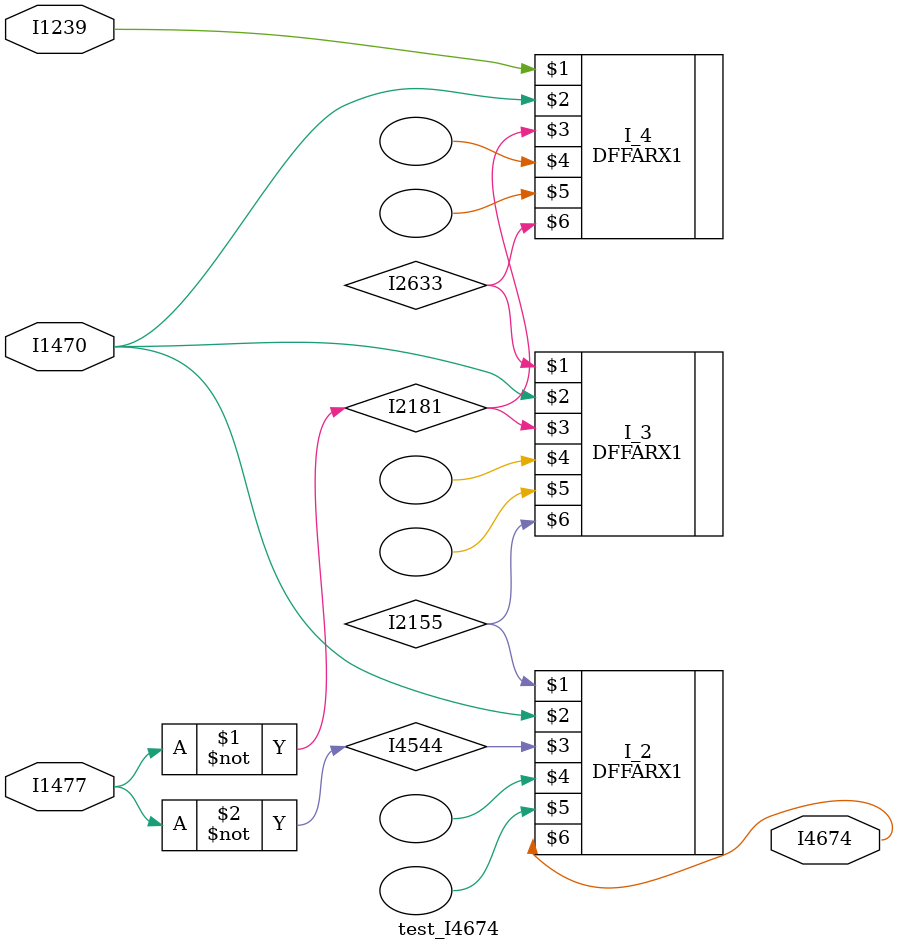
<source format=v>
module test_I4674(I1477,I1470,I1239,I4674);
input I1477,I1470,I1239;
output I4674;
wire I2181,I4544,I2155,I2633;
not I_0(I2181,I1477);
not I_1(I4544,I1477);
DFFARX1 I_2(I2155,I1470,I4544,,,I4674,);
DFFARX1 I_3(I2633,I1470,I2181,,,I2155,);
DFFARX1 I_4(I1239,I1470,I2181,,,I2633,);
endmodule



</source>
